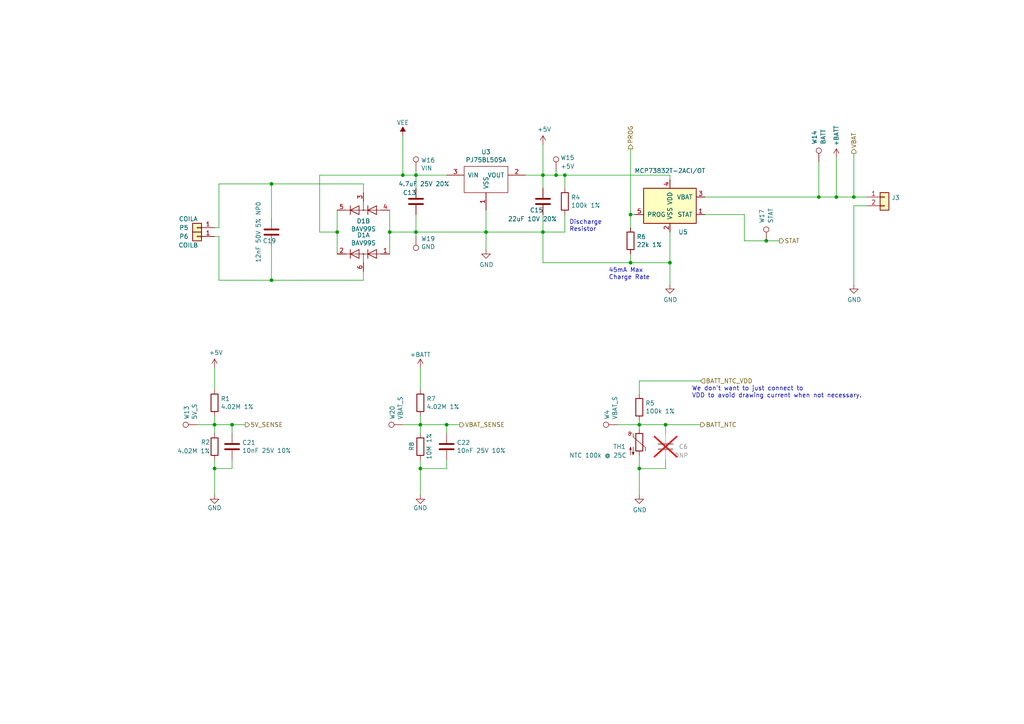
<source format=kicad_sch>
(kicad_sch (version 20230121) (generator eeschema)
  (paper "A4")
  (lib_symbols
    (symbol "Connector_Generic:Conn_01x01" (pin_names (offset 1.016) hide)
      (property "Reference" "J" (at 0 2.54 0))
      (property "Value" "Conn_01x01" (at 0 -2.54 0))
      (symbol "Conn_01x01_1_1"
        (rectangle (start -1.27 0.127) (end 0 -0.127) (stroke (width 0.1524)))
        (rectangle (start -1.27 1.27) (end 1.27 -1.27) (stroke (width 0.254)) (fill (type background)))
        (pin passive line (at -5.08 0 0) (length 3.81) (name "Pin_1") (number "1"))
      )
    )
    (symbol "Connector_Generic:Conn_01x02" (pin_names (offset 1.016) hide)
      (property "Reference" "J" (at 0 2.54 0))
      (property "Value" "Conn_01x02" (at 0 -5.08 0))
      (symbol "Conn_01x02_1_1"
        (rectangle (start -1.27 -2.413) (end 0 -2.667) (stroke (width 0.1524)))
        (rectangle (start -1.27 0.127) (end 0 -0.127) (stroke (width 0.1524)))
        (rectangle (start -1.27 1.27) (end 1.27 -3.81) (stroke (width 0.254)) (fill (type background)))
        (pin passive line (at -5.08 0 0) (length 3.81) (name "Pin_1") (number "1"))
        (pin passive line (at -5.08 -2.54 0) (length 3.81) (name "Pin_2") (number "2"))
      )
    )
    (symbol "Device:C" (pin_numbers hide) (pin_names (offset 0.254))
      (property "Reference" "C" (at 0.635 2.54 0))
      (property "Value" "C" (at 0.635 -2.54 0))
      (symbol "C_0_1"
        (polyline (pts (xy -2.032 -0.762) (xy 2.032 -0.762)) (stroke (width 0.508)))
        (polyline (pts (xy -2.032 0.762) (xy 2.032 0.762)) (stroke (width 0.508)))
      )
      (symbol "C_1_1"
        (pin passive line (at 0 3.81 270) (length 2.794) (name "~") (number "1"))
        (pin passive line (at 0 -3.81 90) (length 2.794) (name "~") (number "2"))
      )
    )
    (symbol "Device:R" (pin_numbers hide) (pin_names (offset 0))
      (property "Reference" "R" (at 2.032 0 90))
      (property "Value" "R" (at 0 0 90))
      (symbol "R_0_1"
        (rectangle (start -1.016 -2.54) (end 1.016 2.54) (stroke (width 0.254)))
      )
      (symbol "R_1_1"
        (pin passive line (at 0 3.81 270) (length 1.27) (name "~") (number "1"))
        (pin passive line (at 0 -3.81 90) (length 1.27) (name "~") (number "2"))
      )
    )
    (symbol "Device:Thermistor_NTC" (pin_numbers hide) (pin_names (offset 0))
      (property "Reference" "TH" (at -4.445 0 90))
      (property "Value" "Thermistor_NTC" (at 3.175 0 90))
      (symbol "Thermistor_NTC_0_1"
        (arc (start -3.048 2.159) (mid -3.0495 2.3143) (end -3.175 2.413))
        (arc (start -3.048 2.159) (mid -2.9736 1.9794) (end -2.794 1.905))
        (arc (start -3.048 2.794) (mid -2.9736 2.6144) (end -2.794 2.54))
        (arc (start -2.794 1.905) (mid -2.6144 1.9794) (end -2.54 2.159))
        (arc (start -2.794 2.54) (mid -2.4393 2.5587) (end -2.159 2.794))
        (arc (start -2.794 3.048) (mid -2.9736 2.9736) (end -3.048 2.794))
        (arc (start -2.54 2.794) (mid -2.6144 2.9736) (end -2.794 3.048))
        (rectangle (start -1.016 2.54) (end 1.016 -2.54) (stroke (width 0.254)))
        (polyline (pts (xy -2.54 2.159) (xy -2.54 2.794)))
        (polyline (pts (xy -1.778 2.54) (xy -1.778 1.524) (xy 1.778 -1.524) (xy 1.778 -2.54)))
        (polyline (pts (xy -2.54 -3.683) (xy -2.54 -1.397) (xy -2.794 -2.159) (xy -2.286 -2.159) (xy -2.54 -1.397) (xy -2.54 -1.651)) (fill (type outline)))
        (polyline (pts (xy -1.778 -1.397) (xy -1.778 -3.683) (xy -2.032 -2.921) (xy -1.524 -2.921) (xy -1.778 -3.683) (xy -1.778 -3.429)) (fill (type outline)))
      )
      (symbol "Thermistor_NTC_1_1"
        (pin passive line (at 0 3.81 270) (length 1.27) (name "~") (number "1"))
        (pin passive line (at 0 -3.81 90) (length 1.27) (name "~") (number "2"))
      )
    )
    (symbol "Pixels-dice:BAV99S-diode" (pin_names (offset 0.0254) hide)
      (property "Reference" "D" (at 0 2.54 0))
      (property "Value" "BAV99S-diode" (at 0 5.08 0))
      (symbol "BAV99S-diode_0_1"
        (polyline (pts (xy -5.08 0) (xy 5.08 0)))
        (polyline (pts (xy 0 0) (xy 0 -2.54)))
        (polyline (pts (xy -1.27 -1.27) (xy -1.27 1.27) (xy -1.27 1.27)) (stroke (width 0.2032)))
        (polyline (pts (xy 3.81 1.27) (xy 3.81 -1.27) (xy 3.81 -1.27)) (stroke (width 0.2032)))
        (polyline (pts (xy -3.81 1.27) (xy -1.27 0) (xy -3.81 -1.27) (xy -3.81 1.27) (xy -3.81 1.27) (xy -3.81 1.27)) (stroke (width 0.2032)))
        (polyline (pts (xy 1.27 1.27) (xy 3.81 0) (xy 1.27 -1.27) (xy 1.27 1.27) (xy 1.27 1.27) (xy 1.27 1.27)) (stroke (width 0.2032)))
        (circle (center 0 0) (radius 0.127))
      )
      (symbol "BAV99S-diode_1_1"
        (polyline (pts (xy 6.35 0) (xy 7.62 0)))
        (pin passive line (at -7.62 0 0) (length 2.54) (name "A1") (number "1"))
        (pin passive line (at 7.62 0 180) (length 2.54) (name "K2") (number "2"))
        (pin passive line (at 0 -5.08 90) (length 2.54) (name "K3A4") (number "6"))
      )
      (symbol "BAV99S-diode_2_1"
        (polyline (pts (xy 6.35 0) (xy 7.62 0)))
        (pin passive line (at 0 -5.08 90) (length 2.54) (name "K1A2") (number "3"))
        (pin passive line (at -7.62 0 0) (length 2.54) (name "A3") (number "4"))
        (pin passive line (at 7.62 0 180) (length 2.54) (name "K4") (number "5"))
      )
    )
    (symbol "Pixels-dice:HX6306P502MR" (pin_names (offset 1.016))
      (property "Reference" "U" (at 3.81 -6.35 0))
      (property "Value" "HX6306P502MR" (at 0 3.81 0))
      (symbol "HX6306P502MR_0_1"
        (rectangle (start -6.35 2.54) (end 6.35 -5.08))
      )
      (symbol "HX6306P502MR_1_1"
        (pin power_in line (at 0 -10.16 90) (length 5.08) (name "VSS") (number "1"))
        (pin power_out line (at 11.43 0 180) (length 5.08) (name "VOUT") (number "2"))
        (pin power_in line (at -11.43 0 0) (length 5.08) (name "VIN") (number "3"))
      )
    )
    (symbol "Pixels-dice:MCP73831-2-OT-battery_management" (pin_names (offset 1.016))
      (property "Reference" "U" (at -7.62 6.35 0))
      (property "Value" "MCP73831-2-OT-battery_management" (at 1.27 6.35 0))
      (symbol "MCP73831-2-OT-battery_management_0_1"
        (rectangle (start -7.62 5.08) (end 7.62 -5.08) (stroke (width 0.254)) (fill (type background)))
      )
      (symbol "MCP73831-2-OT-battery_management_1_1"
        (pin output line (at 10.16 -2.54 180) (length 2.54) (name "STAT") (number "1"))
        (pin power_in line (at 0 -7.62 90) (length 2.54) (name "VSS") (number "2"))
        (pin power_out line (at 10.16 2.54 180) (length 2.54) (name "VBAT") (number "3"))
        (pin power_in line (at 0 7.62 270) (length 2.54) (name "VDD") (number "4"))
        (pin input line (at -10.16 -2.54 0) (length 2.54) (name "PROG") (number "5"))
      )
    )
    (symbol "Pixels-dice:TEST_1P-conn" (pin_numbers hide) (pin_names (offset 0.762) hide)
      (property "Reference" "W" (at 0 6.858 0))
      (property "Value" "TEST_1P-conn" (at 0 5.08 0))
      (symbol "TEST_1P-conn_0_1"
        (circle (center 0 3.302) (radius 0.762))
      )
      (symbol "TEST_1P-conn_1_1"
        (pin passive line (at 0 0 90) (length 2.54) (name "1") (number "1"))
      )
    )
    (symbol "power:+5V" (power) (pin_names (offset 0))
      (property "Value" "+5V" (at 0 3.556 0))
      (symbol "+5V_0_1"
        (polyline (pts (xy -0.762 1.27) (xy 0 2.54)))
        (polyline (pts (xy 0 0) (xy 0 2.54)))
        (polyline (pts (xy 0 2.54) (xy 0.762 1.27)))
      )
      (symbol "+5V_1_1"
        (pin power_in line (at 0 0 90) (length 0) hide (name "+5V") (number "1"))
      )
    )
    (symbol "power:+BATT" (power) (pin_names (offset 0))
      (property "Value" "+BATT" (at 0 3.556 0))
      (symbol "+BATT_0_1"
        (polyline (pts (xy -0.762 1.27) (xy 0 2.54)))
        (polyline (pts (xy 0 0) (xy 0 2.54)))
        (polyline (pts (xy 0 2.54) (xy 0.762 1.27)))
      )
      (symbol "+BATT_1_1"
        (pin power_in line (at 0 0 90) (length 0) hide (name "+BATT") (number "1"))
      )
    )
    (symbol "power:GND" (power) (pin_names (offset 0))
      (property "Value" "GND" (at 0 -3.81 0))
      (symbol "GND_0_1"
        (polyline (pts (xy 0 0) (xy 0 -1.27) (xy 1.27 -1.27) (xy 0 -2.54) (xy -1.27 -1.27) (xy 0 -1.27)))
      )
      (symbol "GND_1_1"
        (pin power_in line (at 0 0 270) (length 0) hide (name "GND") (number "1"))
      )
    )
    (symbol "power:VEE" (power) (pin_names (offset 0))
      (property "Value" "VEE" (at 0 3.81 0))
      (symbol "VEE_0_1"
        (polyline (pts (xy 0 0) (xy 0 2.54)))
        (polyline (pts (xy 0.762 1.27) (xy -0.762 1.27) (xy 0 2.54) (xy 0.762 1.27)) (fill (type outline)))
      )
      (symbol "VEE_1_1"
        (pin power_in line (at 0 0 90) (length 0) hide (name "VEE") (number "1"))
      )
    )
  )
  (junction (at 97.79 67.31))
  (junction (at 247.65 57.15))
  (junction (at 62.23 123.19))
  (junction (at 182.88 76.2))
  (junction (at 62.23 135.89))
  (junction (at 193.04 123.19))
  (junction (at 194.31 76.2))
  (junction (at 182.88 62.23))
  (junction (at 157.48 67.31))
  (junction (at 242.57 57.15))
  (junction (at 140.97 67.31))
  (junction (at 120.65 67.31))
  (junction (at 78.74 53.34))
  (junction (at 120.65 50.8))
  (junction (at 185.42 123.19))
  (junction (at 121.92 135.89))
  (junction (at 67.31 123.19))
  (junction (at 237.49 57.15))
  (junction (at 157.48 50.8))
  (junction (at 78.74 81.28))
  (junction (at 161.29 50.8))
  (junction (at 121.92 123.19))
  (junction (at 113.03 67.31))
  (junction (at 185.42 135.89))
  (junction (at 222.25 69.85))
  (junction (at 116.84 50.8))
  (junction (at 163.83 50.8))
  (junction (at 129.54 123.19))
  (wire (pts (xy 157.48 76.2) (xy 182.88 76.2)))
  (wire (pts (xy 185.42 110.49) (xy 203.2 110.49)))
  (wire (pts (xy 78.74 81.28) (xy 63.5 81.28)))
  (wire (pts (xy 237.49 57.15) (xy 242.57 57.15)))
  (wire (pts (xy 129.54 135.89) (xy 121.92 135.89)))
  (wire (pts (xy 62.23 133.35) (xy 62.23 135.89)))
  (wire (pts (xy 157.48 67.31) (xy 157.48 76.2)))
  (wire (pts (xy 193.04 123.19) (xy 203.2 123.19)))
  (wire (pts (xy 161.29 49.53) (xy 161.29 50.8)))
  (wire (pts (xy 204.47 57.15) (xy 237.49 57.15)))
  (wire (pts (xy 57.15 123.19) (xy 62.23 123.19)))
  (wire (pts (xy 161.29 50.8) (xy 163.83 50.8)))
  (wire (pts (xy 215.9 69.85) (xy 222.25 69.85)))
  (wire (pts (xy 62.23 113.03) (xy 62.23 106.68)))
  (wire (pts (xy 193.04 123.19) (xy 193.04 125.73)))
  (wire (pts (xy 78.74 53.34) (xy 63.5 53.34)))
  (wire (pts (xy 247.65 44.45) (xy 247.65 57.15)))
  (wire (pts (xy 157.48 41.91) (xy 157.48 50.8)))
  (wire (pts (xy 247.65 57.15) (xy 242.57 57.15)))
  (wire (pts (xy 63.5 81.28) (xy 63.5 68.58)))
  (wire (pts (xy 97.79 60.96) (xy 97.79 67.31)))
  (wire (pts (xy 129.54 123.19) (xy 133.35 123.19)))
  (wire (pts (xy 157.48 67.31) (xy 157.48 62.23)))
  (wire (pts (xy 179.07 123.19) (xy 185.42 123.19)))
  (wire (pts (xy 204.47 62.23) (xy 215.9 62.23)))
  (wire (pts (xy 237.49 46.99) (xy 237.49 57.15)))
  (wire (pts (xy 182.88 73.66) (xy 182.88 76.2)))
  (wire (pts (xy 62.23 120.65) (xy 62.23 123.19)))
  (wire (pts (xy 163.83 50.8) (xy 163.83 54.61)))
  (wire (pts (xy 63.5 66.04) (xy 62.23 66.04)))
  (wire (pts (xy 62.23 135.89) (xy 62.23 143.51)))
  (wire (pts (xy 62.23 125.73) (xy 62.23 123.19)))
  (wire (pts (xy 63.5 53.34) (xy 63.5 66.04)))
  (wire (pts (xy 97.79 67.31) (xy 97.79 73.66)))
  (wire (pts (xy 113.03 60.96) (xy 113.03 67.31)))
  (wire (pts (xy 140.97 67.31) (xy 157.48 67.31)))
  (wire (pts (xy 113.03 67.31) (xy 113.03 73.66)))
  (wire (pts (xy 120.65 49.53) (xy 120.65 50.8)))
  (wire (pts (xy 182.88 43.18) (xy 182.88 62.23)))
  (wire (pts (xy 129.54 133.35) (xy 129.54 135.89)))
  (wire (pts (xy 67.31 133.35) (xy 67.31 135.89)))
  (wire (pts (xy 62.23 123.19) (xy 67.31 123.19)))
  (wire (pts (xy 247.65 59.69) (xy 247.65 82.55)))
  (wire (pts (xy 185.42 121.92) (xy 185.42 123.19)))
  (wire (pts (xy 193.04 133.35) (xy 193.04 135.89)))
  (wire (pts (xy 105.41 78.74) (xy 105.41 81.28)))
  (wire (pts (xy 120.65 50.8) (xy 129.54 50.8)))
  (wire (pts (xy 120.65 50.8) (xy 120.65 54.61)))
  (wire (pts (xy 116.84 123.19) (xy 121.92 123.19)))
  (wire (pts (xy 140.97 67.31) (xy 140.97 72.39)))
  (wire (pts (xy 163.83 62.23) (xy 163.83 67.31)))
  (wire (pts (xy 121.92 123.19) (xy 121.92 125.73)))
  (wire (pts (xy 121.92 106.68) (xy 121.92 113.03)))
  (wire (pts (xy 121.92 133.35) (xy 121.92 135.89)))
  (wire (pts (xy 185.42 114.3) (xy 185.42 110.49)))
  (wire (pts (xy 242.57 45.72) (xy 242.57 57.15)))
  (wire (pts (xy 67.31 123.19) (xy 71.12 123.19)))
  (wire (pts (xy 78.74 71.12) (xy 78.74 81.28)))
  (wire (pts (xy 120.65 67.31) (xy 113.03 67.31)))
  (wire (pts (xy 194.31 52.07) (xy 194.31 50.8)))
  (wire (pts (xy 215.9 62.23) (xy 215.9 69.85)))
  (wire (pts (xy 67.31 125.73) (xy 67.31 123.19)))
  (wire (pts (xy 194.31 67.31) (xy 194.31 76.2)))
  (wire (pts (xy 152.4 50.8) (xy 157.48 50.8)))
  (wire (pts (xy 222.25 69.85) (xy 226.06 69.85)))
  (wire (pts (xy 157.48 50.8) (xy 157.48 54.61)))
  (wire (pts (xy 92.71 50.8) (xy 116.84 50.8)))
  (wire (pts (xy 140.97 60.96) (xy 140.97 67.31)))
  (wire (pts (xy 63.5 68.58) (xy 62.23 68.58)))
  (wire (pts (xy 78.74 53.34) (xy 105.41 53.34)))
  (wire (pts (xy 97.79 67.31) (xy 92.71 67.31)))
  (wire (pts (xy 129.54 123.19) (xy 129.54 125.73)))
  (wire (pts (xy 185.42 123.19) (xy 185.42 124.46)))
  (wire (pts (xy 67.31 135.89) (xy 62.23 135.89)))
  (wire (pts (xy 251.46 59.69) (xy 247.65 59.69)))
  (wire (pts (xy 184.15 62.23) (xy 182.88 62.23)))
  (wire (pts (xy 120.65 68.58) (xy 120.65 67.31)))
  (wire (pts (xy 121.92 120.65) (xy 121.92 123.19)))
  (wire (pts (xy 185.42 135.89) (xy 185.42 143.51)))
  (wire (pts (xy 182.88 76.2) (xy 194.31 76.2)))
  (wire (pts (xy 121.92 123.19) (xy 129.54 123.19)))
  (wire (pts (xy 157.48 50.8) (xy 161.29 50.8)))
  (wire (pts (xy 92.71 67.31) (xy 92.71 50.8)))
  (wire (pts (xy 251.46 57.15) (xy 247.65 57.15)))
  (wire (pts (xy 163.83 50.8) (xy 194.31 50.8)))
  (wire (pts (xy 121.92 135.89) (xy 121.92 143.51)))
  (wire (pts (xy 116.84 39.37) (xy 116.84 50.8)))
  (wire (pts (xy 120.65 62.23) (xy 120.65 67.31)))
  (wire (pts (xy 185.42 132.08) (xy 185.42 135.89)))
  (wire (pts (xy 120.65 67.31) (xy 140.97 67.31)))
  (wire (pts (xy 105.41 55.88) (xy 105.41 53.34)))
  (wire (pts (xy 193.04 135.89) (xy 185.42 135.89)))
  (wire (pts (xy 185.42 123.19) (xy 193.04 123.19)))
  (wire (pts (xy 182.88 62.23) (xy 182.88 66.04)))
  (wire (pts (xy 78.74 63.5) (xy 78.74 53.34)))
  (wire (pts (xy 194.31 76.2) (xy 194.31 82.55)))
  (wire (pts (xy 163.83 67.31) (xy 157.48 67.31)))
  (wire (pts (xy 116.84 50.8) (xy 120.65 50.8)))
  (wire (pts (xy 78.74 81.28) (xy 105.41 81.28)))
  (text "Discharge\nResistor" (at 165.1 67.31 0) (effects (font (size 1.27 1.27)) (justify left bottom)))
  (text "45mA Max\nCharge Rate" (at 176.53 81.28 0) (effects (font (size 1.27 1.27)) (justify left bottom)))
  (text "We don't want to just connect to\nVDD to avoid drawing current when not necessary." (at 200.66 115.57 0) (effects (font (size 1.27 1.27)) (justify left bottom)))
  (hierarchical_label "PROG" (shape output) (at 182.88 43.18 90))
  (hierarchical_label "BATT_NTC" (shape output) (at 203.2 123.19 0))
  (hierarchical_label "BATT_NTC_VDD" (shape input) (at 203.2 110.49 0))
  (hierarchical_label "VBAT" (shape output) (at 247.65 44.45 90))
  (hierarchical_label "5V_SENSE" (shape output) (at 71.12 123.19 0))
  (hierarchical_label "STAT" (shape output) (at 226.06 69.85 0))
  (hierarchical_label "VBAT_SENSE" (shape output) (at 133.35 123.19 0))
  (symbol (lib_id "power:GND") (at 247.65 82.55 0) (unit 1)
    (property "Reference" "#PWR052" (effects hide))
    (property "Value" "GND" (at 247.777 86.9442 0))
  )
  (symbol (lib_id "Pixels-dice:TEST_1P-conn") (at 179.07 123.19 90) (unit 1) (in_bom no)
    (property "Reference" "W4" (at 176.022 121.7168 0) (effects (justify left)))
    (property "Value" "VBAT_S" (at 178.3334 121.7168 0) (effects (justify left)))
    (property "Footprint" "Pixels-dice:TEST_PIN" (effects hide))
    (property "Generic OK" "N/A" (effects hide))
  )
  (symbol (lib_id "Device:C") (at 120.65 58.42 0) (unit 1)
    (property "Reference" "C13" (at 116.84 55.88 0) (effects (justify left)))
    (property "Value" "4.7uF 25V 20%" (at 115.57 53.34 0) (effects (justify left)))
    (property "Footprint" "Capacitor_SMD:C_0603_1608Metric" (effects hide))
    (property "Generic OK" "YES" (effects hide))
    (property "Pixels Part Number" "SMD-C010" (effects hide))
    (property "Manufacturer" "Murata" (effects hide))
    (property "Manufacturer Part Number" "GRM188R61E475KE11D" (effects hide))
  )
  (symbol (lib_id "Pixels-dice:TEST_1P-conn") (at 120.65 49.53 0) (unit 1)
    (property "Reference" "W16" (at 122.1232 46.482 0) (effects (justify left)))
    (property "Value" "VIN" (at 122.1232 48.7934 0) (effects (justify left)))
    (property "Footprint" "Pixels-dice:TEST_PIN" (effects hide))
    (property "Generic OK" "N/A" (effects hide))
  )
  (symbol (lib_id "power:VEE") (at 116.84 39.37 0) (unit 1)
    (property "Reference" "#PWR032" (effects hide))
    (property "Value" "VEE" (at 116.84 35.56 0))
  )
  (symbol (lib_id "power:+5V") (at 62.23 106.68 0) (unit 1)
    (property "Reference" "#PWR057" (effects hide))
    (property "Value" "+5V" (at 62.611 102.2858 0))
  )
  (symbol (lib_id "Pixels-dice:TEST_1P-conn") (at 57.15 123.19 90) (unit 1)
    (property "Reference" "W13" (at 54.102 121.7168 0) (effects (justify left)))
    (property "Value" "5V_S" (at 56.4134 121.7168 0) (effects (justify left)))
    (property "Footprint" "Pixels-dice:TEST_PIN" (effects hide))
    (property "Generic OK" "N/A" (effects hide))
  )
  (symbol (lib_id "Device:C") (at 78.74 67.31 0) (unit 1)
    (property "Reference" "C19" (at 76.2 69.85 0) (effects (justify left)))
    (property "Value" "12nF 50V 5% NP0" (at 74.93 76.2 90) (effects (justify left)))
    (property "Footprint" "Capacitor_SMD:C_0805_2012Metric" (effects hide))
    (property "Generic OK" "YES" (effects hide))
    (property "Manufacturer" "Murata" (effects hide))
    (property "Manufacturer Part Number" "GRM2195C1H123JA01D" (effects hide))
  )
  (symbol (lib_id "Device:R") (at 182.88 69.85 0) (unit 1)
    (property "Reference" "R6" (at 184.658 68.6816 0) (effects (justify left)))
    (property "Value" "22k 1%" (at 184.658 70.993 0) (effects (justify left)))
    (property "Footprint" "Resistor_SMD:R_0402_1005Metric" (effects hide))
    (property "Generic OK" "YES" (effects hide))
    (property "Pixels Part Number" "SMD-R002" (effects hide))
    (property "Manufacturer" "UNI-ROYAL(Uniroyal Elec)" (effects hide))
    (property "Manufacturer Part Number" "0402WGF2202TCE" (effects hide))
  )
  (symbol (lib_id "Device:R") (at 121.92 116.84 0) (unit 1)
    (property "Reference" "R7" (at 123.698 115.6716 0) (effects (justify left)))
    (property "Value" "4.02M 1%" (at 123.698 117.983 0) (effects (justify left)))
    (property "Footprint" "Resistor_SMD:R_0402_1005Metric" (effects hide))
    (property "Generic OK" "YES" (effects hide))
    (property "Pixels Part Number" "SMD-R003" (effects hide))
    (property "Manufacturer" "UNI-ROYAL(Uniroyal Elec)" (effects hide))
    (property "Manufacturer Part Number" "0402WGF4024TCE" (effects hide))
  )
  (symbol (lib_id "power:+BATT") (at 121.92 106.68 0) (unit 1)
    (property "Reference" "#PWR058" (effects hide))
    (property "Value" "+BATT" (at 121.92 102.87 0))
  )
  (symbol (lib_id "Device:R") (at 121.92 129.54 0) (unit 1)
    (property "Reference" "R8" (at 119.38 130.81 90) (effects (justify left)))
    (property "Value" "10M 1%" (at 124.46 133.35 90) (effects (justify left)))
    (property "Footprint" "Resistor_SMD:R_0402_1005Metric" (effects hide))
    (property "Generic OK" "YES" (effects hide))
    (property "Pixels Part Number" "SMD-R004" (effects hide))
    (property "Manufacturer" "UNI-ROYAL(Uniroyal Elec)" (effects hide))
    (property "Manufacturer Part Number" "0402WGF1005TCE" (effects hide))
  )
  (symbol (lib_id "Pixels-dice:MCP73831-2-OT-battery_management") (at 194.31 59.69 0) (unit 1)
    (property "Reference" "U5" (at 198.12 67.31 0))
    (property "Value" "MCP73832T-2ACI/OT" (at 194.31 49.53 0))
    (property "Footprint" "Package_TO_SOT_SMD:SOT-23-5" (effects hide))
    (property "Datasheet" "http://ww1.microchip.com/downloads/en/DeviceDoc/20001984g.pdf" (effects hide))
    (property "Generic OK" "NO" (effects hide))
    (property "Manufacturer" "Microchip" (effects hide))
    (property "Manufacturer Part Number" "MCP73832T-2ACI/OT" (effects hide))
    (property "Pixels Part Number" "SMD-U005" (effects hide))
  )
  (symbol (lib_id "Device:R") (at 62.23 116.84 0) (unit 1)
    (property "Reference" "R1" (at 64.008 115.6716 0) (effects (justify left)))
    (property "Value" "4.02M 1%" (at 64.008 117.983 0) (effects (justify left)))
    (property "Footprint" "Resistor_SMD:R_0402_1005Metric" (effects hide))
    (property "Generic OK" "YES" (effects hide))
    (property "Pixels Part Number" "SMD-R003" (effects hide))
    (property "Manufacturer" "UNI-ROYAL(Uniroyal Elec)" (effects hide))
    (property "Manufacturer Part Number" "0402WGF4024TCE" (effects hide))
  )
  (symbol (lib_id "Device:R") (at 62.23 129.54 180) (unit 1)
    (property "Reference" "R2" (at 60.96 128.27 0) (effects (justify left)))
    (property "Value" "4.02M 1%" (at 60.96 130.81 0) (effects (justify left)))
    (property "Footprint" "Resistor_SMD:R_0402_1005Metric" (effects hide))
    (property "Generic OK" "YES" (effects hide))
    (property "Pixels Part Number" "SMD-R003" (effects hide))
    (property "Manufacturer" "UNI-ROYAL(Uniroyal Elec)" (effects hide))
    (property "Manufacturer Part Number" "0402WGF4024TCE" (effects hide))
  )
  (symbol (lib_id "power:GND") (at 121.92 143.51 0) (unit 1)
    (property "Reference" "#PWR060" (effects hide))
    (property "Value" "GND" (at 121.92 147.32 0))
  )
  (symbol (lib_id "power:+5V") (at 157.48 41.91 0) (unit 1)
    (property "Reference" "#PWR040" (effects hide))
    (property "Value" "+5V" (at 157.861 37.5158 0))
  )
  (symbol (lib_id "Device:C") (at 129.54 129.54 0) (unit 1)
    (property "Reference" "C22" (at 132.461 128.3716 0) (effects (justify left)))
    (property "Value" "10nF 25V 10%" (at 132.461 130.683 0) (effects (justify left)))
    (property "Footprint" "Capacitor_SMD:C_0402_1005Metric" (effects hide))
    (property "Generic OK" "YES" (effects hide))
    (property "Pixels Part Number" "SMD-C009" (effects hide))
    (property "Manufacturer" "Murata" (effects hide))
    (property "Manufacturer Part Number" "GRM155R71H103KA88" (effects hide))
  )
  (symbol (lib_id "Pixels-dice:TEST_1P-conn") (at 222.25 69.85 0) (unit 1)
    (property "Reference" "W17" (at 220.98 64.77 90) (effects (justify left)))
    (property "Value" "STAT" (at 223.52 64.77 90) (effects (justify left)))
    (property "Footprint" "Pixels-dice:TEST_PIN" (effects hide))
    (property "Generic OK" "N/A" (effects hide))
  )
  (symbol (lib_id "Device:Thermistor_NTC") (at 185.42 128.27 0) (unit 1)
    (property "Reference" "TH1" (at 177.8 129.54 0) (effects (justify left)))
    (property "Value" "NTC 100k @ 25C" (at 165.1 132.08 0) (effects (justify left)))
    (property "Footprint" "Pixels-dice:R_0402_1005Metric" (effects hide))
    (property "Generic OK" "NO" (effects hide))
    (property "Manufacturer" "TDK" (effects hide))
    (property "Manufacturer Part Number" "NTCG104EF104FT1X" (effects hide))
  )
  (symbol (lib_id "Device:C") (at 193.04 129.54 0) (unit 1) (dnp yes)
    (property "Reference" "C6" (at 196.85 129.54 0) (effects (justify left)))
    (property "Value" "DNP" (at 195.58 132.08 0) (effects (justify left)))
    (property "Footprint" "Pixels-dice:C_0402_1005Metric" (effects hide))
    (property "Generic OK" "YES" (effects hide))
    (property "Pixels Part Number" "SMD-C005" (effects hide))
    (property "Manufacturer" "DNP" (effects hide))
    (property "Manufacturer Part Number" "Pixels-dice:C_0402_1005Metric" (effects hide))
  )
  (symbol (lib_id "power:GND") (at 194.31 82.55 0) (unit 1)
    (property "Reference" "#PWR051" (effects hide))
    (property "Value" "GND" (at 194.437 86.9442 0))
  )
  (symbol (lib_id "power:GND") (at 140.97 72.39 0) (unit 1)
    (property "Reference" "#PWR050" (effects hide))
    (property "Value" "GND" (at 141.097 76.7842 0))
  )
  (symbol (lib_id "power:+BATT") (at 242.57 45.72 0) (unit 1)
    (property "Reference" "#PWR041" (effects hide))
    (property "Value" "+BATT" (at 242.57 39.37 90))
  )
  (symbol (lib_id "Connector_Generic:Conn_01x02") (at 256.54 57.15 0) (unit 1)
    (property "Reference" "J3" (at 258.572 57.3532 0) (effects (justify left)))
    (property "Value" "Conn_01x02" (effects hide))
    (property "Footprint" "Pixels-dice:Hongjie 10100 Connector" (effects hide))
    (property "Generic OK" "N/A" (effects hide))
  )
  (symbol (lib_id "Device:R") (at 185.42 118.11 0) (unit 1)
    (property "Reference" "R5" (at 187.198 116.9416 0) (effects (justify left)))
    (property "Value" "100k 1%" (at 187.198 119.253 0) (effects (justify left)))
    (property "Footprint" "Pixels-dice:R_0402_1005Metric" (effects hide))
    (property "Generic OK" "YES" (effects hide))
    (property "Pixels Part Number" "SMD-R006" (effects hide))
    (property "Manufacturer" "UNI-ROYAL(Uniroyal Elec)" (effects hide))
    (property "Manufacturer Part Number" "0402WGF1003TCE" (effects hide))
  )
  (symbol (lib_id "Device:C") (at 157.48 58.42 0) (unit 1)
    (property "Reference" "C15" (at 153.67 60.96 0) (effects (justify left)))
    (property "Value" "22uF 10V 20%" (at 147.32 63.5 0) (effects (justify left)))
    (property "Footprint" "Capacitor_SMD:C_0603_1608Metric" (effects hide))
    (property "Generic OK" "YES" (effects hide))
    (property "Pixels Part Number" "SMD-C002" (effects hide))
    (property "Manufacturer" "Murata" (effects hide))
    (property "Manufacturer Part Number" "GRM188R61A226ME15D" (effects hide))
  )
  (symbol (lib_id "Pixels-dice:TEST_1P-conn") (at 120.65 68.58 180) (unit 1)
    (property "Reference" "W19" (at 122.1232 69.2658 0) (effects (justify right)))
    (property "Value" "GND" (at 122.1232 71.5772 0) (effects (justify right)))
    (property "Footprint" "Pixels-dice:TEST_PIN" (effects hide))
    (property "Generic OK" "N/A" (effects hide))
  )
  (symbol (lib_id "Pixels-dice:TEST_1P-conn") (at 237.49 46.99 0) (unit 1)
    (property "Reference" "W14" (at 236.22 41.91 90) (effects (justify left)))
    (property "Value" "BATT" (at 238.76 41.91 90) (effects (justify left)))
    (property "Footprint" "Pixels-dice:TEST_PIN" (effects hide))
    (property "Generic OK" "N/A" (effects hide))
  )
  (symbol (lib_id "Connector_Generic:Conn_01x01") (at 57.15 68.58 180) (unit 1)
    (property "Reference" "P6" (at 53.34 68.58 0))
    (property "Value" "COILB" (at 54.61 71.12 0))
    (property "Footprint" "Pixels-dice:TestPoint_THTPad_D1.5mm_Drill0.7mm_nosilk" (effects hide))
    (property "Generic OK" "N/A" (effects hide))
  )
  (symbol (lib_id "Connector_Generic:Conn_01x01") (at 57.15 66.04 180) (unit 1)
    (property "Reference" "P5" (at 53.34 66.04 0))
    (property "Value" "COILA" (at 54.61 63.5 0))
    (property "Footprint" "Pixels-dice:TestPoint_THTPad_D1.5mm_Drill0.7mm_nosilk" (effects hide))
    (property "Generic OK" "N/A" (effects hide))
  )
  (symbol (lib_id "Pixels-dice:TEST_1P-conn") (at 116.84 123.19 90) (unit 1)
    (property "Reference" "W20" (at 113.792 121.7168 0) (effects (justify left)))
    (property "Value" "VBAT_S" (at 116.1034 121.7168 0) (effects (justify left)))
    (property "Footprint" "Pixels-dice:TEST_PIN" (effects hide))
    (property "Generic OK" "N/A" (effects hide))
  )
  (symbol (lib_id "Pixels-dice:HX6306P502MR") (at 140.97 50.8 0) (unit 1)
    (property "Reference" "U3" (at 140.97 44.069 0))
    (property "Value" "PJ75BL50SA" (at 140.97 46.3804 0))
    (property "Footprint" "Pixels-dice:SOT-23" (effects hide))
    (property "Manufacturer" "PJSEMI" (effects hide))
    (property "Manufacturer Part Number" "PJ75BL50SA" (effects hide))
    (property "Generic OK" "NO" (effects hide))
  )
  (symbol (lib_id "Pixels-dice:TEST_1P-conn") (at 161.29 49.53 0) (unit 1)
    (property "Reference" "W15" (at 162.56 45.72 0) (effects (justify left)))
    (property "Value" "+5V" (at 162.56 48.26 0) (effects (justify left)))
    (property "Footprint" "Pixels-dice:TEST_PIN" (effects hide))
    (property "Generic OK" "N/A" (effects hide))
  )
  (symbol (lib_id "Device:R") (at 163.83 58.42 0) (unit 1)
    (property "Reference" "R4" (at 165.608 57.2516 0) (effects (justify left)))
    (property "Value" "100k 1%" (at 165.608 59.563 0) (effects (justify left)))
    (property "Footprint" "Pixels-dice:R_0402_1005Metric" (effects hide))
    (property "Generic OK" "YES" (effects hide))
    (property "Pixels Part Number" "SMD-R006" (effects hide))
    (property "Manufacturer" "UNI-ROYAL(Uniroyal Elec)" (effects hide))
    (property "Manufacturer Part Number" "0402WGF1003TCE" (effects hide))
  )
  (symbol (lib_id "power:GND") (at 185.42 143.51 0) (unit 1)
    (property "Reference" "#PWR0160" (effects hide))
    (property "Value" "GND" (at 185.547 147.9042 0))
  )
  (symbol (lib_id "Pixels-dice:BAV99S-diode") (at 105.41 60.96 180) (unit 2)
    (property "Reference" "D1" (at 105.41 64.1096 0))
    (property "Value" "BAV99S" (at 105.41 66.421 0))
    (property "Footprint" "Package_TO_SOT_SMD:SOT-363_SC-70-6" (effects hide))
    (property "Datasheet" "https://assets.nexperia.com/documents/data-sheet/BAV99_SER.pdf" (effects hide))
    (property "Generic OK" "YES" (effects hide))
    (property "Manufacturer" "Nexperia" (effects hide))
    (property "Manufacturer Part Number" "BAV99S,115" (effects hide))
    (property "Pixels Part Number" "SMD-D001" (effects hide))
  )
  (symbol (lib_id "power:GND") (at 62.23 143.51 0) (unit 1)
    (property "Reference" "#PWR059" (effects hide))
    (property "Value" "GND" (at 62.23 147.32 0))
  )
  (symbol (lib_id "Pixels-dice:BAV99S-diode") (at 105.41 73.66 0) (mirror y) (unit 1)
    (property "Reference" "D1" (at 105.41 68.1736 0))
    (property "Value" "BAV99S" (at 105.41 70.485 0))
    (property "Footprint" "Package_TO_SOT_SMD:SOT-363_SC-70-6" (effects hide))
    (property "Datasheet" "https://assets.nexperia.com/documents/data-sheet/BAV99_SER.pdf" (effects hide))
    (property "Generic OK" "YES" (effects hide))
    (property "Manufacturer" "Nexperia" (effects hide))
    (property "Manufacturer Part Number" "BAV99S,115" (effects hide))
    (property "Pixels Part Number" "SMD-D001" (effects hide))
  )
  (symbol (lib_id "Device:C") (at 67.31 129.54 0) (unit 1)
    (property "Reference" "C21" (at 70.231 128.3716 0) (effects (justify left)))
    (property "Value" "10nF 25V 10%" (at 70.231 130.683 0) (effects (justify left)))
    (property "Footprint" "Capacitor_SMD:C_0402_1005Metric" (effects hide))
    (property "Generic OK" "YES" (effects hide))
    (property "Pixels Part Number" "SMD-C009" (effects hide))
    (property "Manufacturer" "Murata" (effects hide))
    (property "Manufacturer Part Number" "GRM155R71H103KA88" (effects hide))
  )
)
</source>
